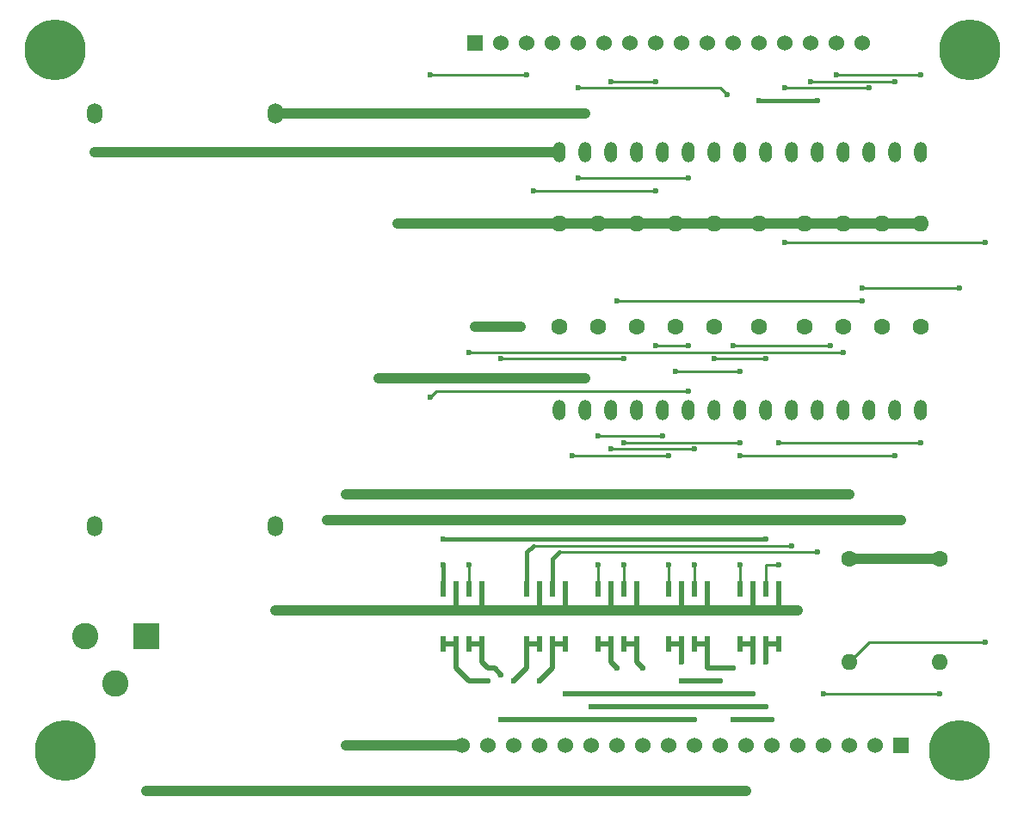
<source format=gtl>
G04 #@! TF.FileFunction,Copper,L1,Top,Signal*
%FSLAX46Y46*%
G04 Gerber Fmt 4.6, Leading zero omitted, Abs format (unit mm)*
G04 Created by KiCad (PCBNEW 4.0.7) date 04/07/18 01:33:42*
%MOMM*%
%LPD*%
G01*
G04 APERTURE LIST*
%ADD10C,0.100000*%
%ADD11O,1.500000X2.000000*%
%ADD12R,2.600000X2.600000*%
%ADD13C,2.600000*%
%ADD14C,1.524000*%
%ADD15R,1.524000X1.524000*%
%ADD16R,0.600000X1.550000*%
%ADD17C,1.600000*%
%ADD18O,1.600000X1.600000*%
%ADD19O,1.270000X2.000000*%
%ADD20C,6.000000*%
%ADD21C,0.600000*%
%ADD22C,1.000000*%
%ADD23C,0.508000*%
%ADD24C,0.250000*%
%ADD25C,0.381000*%
G04 APERTURE END LIST*
D10*
D11*
X48895000Y-41275000D03*
X48895000Y-81915000D03*
X66675000Y-41275000D03*
X66675000Y-81915000D03*
D12*
X53975000Y-92710000D03*
D13*
X47975000Y-92710000D03*
X50975000Y-97410000D03*
D14*
X104140000Y-34290000D03*
X106680000Y-34290000D03*
X101600000Y-34290000D03*
X109220000Y-34290000D03*
X99060000Y-34290000D03*
X111760000Y-34290000D03*
X96520000Y-34290000D03*
X114300000Y-34290000D03*
X93980000Y-34290000D03*
X116840000Y-34290000D03*
X91440000Y-34290000D03*
X119380000Y-34290000D03*
X88900000Y-34290000D03*
X121920000Y-34290000D03*
D15*
X86360000Y-34290000D03*
D14*
X124460000Y-34290000D03*
X110490000Y-103505000D03*
X107950000Y-103505000D03*
X113030000Y-103505000D03*
X105410000Y-103505000D03*
X115570000Y-103505000D03*
X102870000Y-103505000D03*
X118110000Y-103505000D03*
X100330000Y-103505000D03*
X120650000Y-103505000D03*
X97790000Y-103505000D03*
X123190000Y-103505000D03*
X95250000Y-103505000D03*
X125730000Y-103505000D03*
X92710000Y-103505000D03*
D15*
X128270000Y-103505000D03*
D14*
X90170000Y-103505000D03*
X87630000Y-103505000D03*
X85090000Y-103505000D03*
D16*
X102235000Y-88105000D03*
X100965000Y-88105000D03*
X99695000Y-88105000D03*
X98425000Y-88105000D03*
X98425000Y-93505000D03*
X99695000Y-93505000D03*
X100965000Y-93505000D03*
X102235000Y-93505000D03*
X116205000Y-88105000D03*
X114935000Y-88105000D03*
X113665000Y-88105000D03*
X112395000Y-88105000D03*
X112395000Y-93505000D03*
X113665000Y-93505000D03*
X114935000Y-93505000D03*
X116205000Y-93505000D03*
X95250000Y-88105000D03*
X93980000Y-88105000D03*
X92710000Y-88105000D03*
X91440000Y-88105000D03*
X91440000Y-93505000D03*
X92710000Y-93505000D03*
X93980000Y-93505000D03*
X95250000Y-93505000D03*
X86995000Y-88105000D03*
X85725000Y-88105000D03*
X84455000Y-88105000D03*
X83185000Y-88105000D03*
X83185000Y-93505000D03*
X84455000Y-93505000D03*
X85725000Y-93505000D03*
X86995000Y-93505000D03*
X109220000Y-88105000D03*
X107950000Y-88105000D03*
X106680000Y-88105000D03*
X105410000Y-88105000D03*
X105410000Y-93505000D03*
X106680000Y-93505000D03*
X107950000Y-93505000D03*
X109220000Y-93505000D03*
D17*
X106045000Y-62230000D03*
D18*
X106045000Y-52070000D03*
D17*
X118745000Y-62230000D03*
D18*
X118745000Y-52070000D03*
D17*
X94615000Y-62230000D03*
D18*
X94615000Y-52070000D03*
D17*
X109855000Y-62230000D03*
D18*
X109855000Y-52070000D03*
D17*
X130175000Y-62230000D03*
D18*
X130175000Y-52070000D03*
D17*
X126365000Y-62230000D03*
D18*
X126365000Y-52070000D03*
D17*
X114300000Y-62230000D03*
D18*
X114300000Y-52070000D03*
D17*
X102235000Y-62230000D03*
D18*
X102235000Y-52070000D03*
D17*
X98425000Y-62230000D03*
D18*
X98425000Y-52070000D03*
D17*
X122555000Y-62230000D03*
D18*
X122555000Y-52070000D03*
D17*
X123190000Y-85090000D03*
D18*
X123190000Y-95250000D03*
D17*
X132080000Y-85090000D03*
D18*
X132080000Y-95250000D03*
D19*
X94615000Y-45085000D03*
X94615000Y-70485000D03*
X97155000Y-45085000D03*
X97155000Y-70485000D03*
X99695000Y-45085000D03*
X99695000Y-70485000D03*
X102235000Y-45085000D03*
X102235000Y-70485000D03*
X104775000Y-45085000D03*
X104775000Y-70485000D03*
X107315000Y-45085000D03*
X107315000Y-70485000D03*
X109855000Y-45085000D03*
X109855000Y-70485000D03*
X112395000Y-45085000D03*
X112395000Y-70485000D03*
X114935000Y-45085000D03*
X114935000Y-70485000D03*
X117475000Y-45085000D03*
X117475000Y-70485000D03*
X120015000Y-45085000D03*
X120015000Y-70485000D03*
X122555000Y-45085000D03*
X122555000Y-70485000D03*
X125095000Y-45085000D03*
X125095000Y-70485000D03*
X127635000Y-45085000D03*
X127635000Y-70485000D03*
X130175000Y-45085000D03*
X130175000Y-70485000D03*
D20*
X46000000Y-104000000D03*
X134000000Y-104000000D03*
X45000000Y-35000000D03*
X135000000Y-35000000D03*
D21*
X113030000Y-107950000D03*
X105410000Y-107950000D03*
X53975000Y-107950000D03*
X78740000Y-52070000D03*
X76835000Y-67310000D03*
X97155000Y-67310000D03*
X77470000Y-41275000D03*
X76835000Y-90170000D03*
X118110000Y-90170000D03*
X66675000Y-90170000D03*
X97155000Y-41275000D03*
X104140000Y-38100000D03*
X99695000Y-38100000D03*
X100330000Y-59690000D03*
X124460000Y-59690000D03*
X121285000Y-64135000D03*
X111760000Y-64135000D03*
X111125000Y-39370000D03*
X96520000Y-38735000D03*
X114300000Y-40005000D03*
X120015000Y-40005000D03*
X92075000Y-48895000D03*
X104140000Y-48895000D03*
X104140000Y-64135000D03*
X107315000Y-64135000D03*
X125095000Y-38735000D03*
X116840000Y-38735000D03*
X91440000Y-37465000D03*
X81915000Y-37465000D03*
X81915000Y-69215000D03*
X107315000Y-68580000D03*
X127635000Y-38100000D03*
X119380000Y-38100000D03*
X100965000Y-65405000D03*
X88900000Y-65405000D03*
X130175000Y-37465000D03*
X121920000Y-37465000D03*
X90805000Y-62230000D03*
X86360000Y-62230000D03*
X123190000Y-78740000D03*
X73660000Y-103505000D03*
X73660000Y-78740000D03*
X90805000Y-78740000D03*
X106680000Y-95250000D03*
X106680000Y-97155000D03*
X110490000Y-97155000D03*
X107950000Y-100965000D03*
X88900000Y-100965000D03*
X88900000Y-96520000D03*
X111760000Y-95885000D03*
X111760000Y-100965000D03*
X115570000Y-100965000D03*
X102870000Y-95885000D03*
X100330000Y-95885000D03*
X124460000Y-58420000D03*
X133985000Y-58420000D03*
X132080000Y-98425000D03*
X120650000Y-98425000D03*
X114935000Y-95250000D03*
X114935000Y-99695000D03*
X97790000Y-99695000D03*
X116840000Y-53975000D03*
X136525000Y-53975000D03*
X136525000Y-93345000D03*
X113665000Y-95250000D03*
X113665000Y-98425000D03*
X95250000Y-98425000D03*
X92710000Y-97155000D03*
X71755000Y-45085000D03*
X71755000Y-81280000D03*
X128270000Y-81280000D03*
X48895000Y-45085000D03*
X90170000Y-97155000D03*
X87630000Y-97155000D03*
X106045000Y-66675000D03*
X112395000Y-66675000D03*
X112395000Y-73660000D03*
X100965000Y-73660000D03*
X100965000Y-85725000D03*
X104775000Y-73025000D03*
X98425000Y-73025000D03*
X98425000Y-85725000D03*
X130175000Y-73660000D03*
X116205000Y-73660000D03*
X116205000Y-85725000D03*
X127635000Y-74930000D03*
X112395000Y-74930000D03*
X112395000Y-85725000D03*
X120015000Y-84455000D03*
X117475000Y-83820000D03*
X122555000Y-64770000D03*
X85725000Y-64770000D03*
X85725000Y-85725000D03*
X114935000Y-83185000D03*
X83185000Y-83185000D03*
X83185000Y-85725000D03*
X109855000Y-65405000D03*
X114935000Y-65405000D03*
X99695000Y-74295000D03*
X107950000Y-74295000D03*
X107950000Y-85725000D03*
X95885000Y-74930000D03*
X105410000Y-74930000D03*
X105410000Y-85725000D03*
X107315000Y-47625000D03*
X96520000Y-47625000D03*
D22*
X105410000Y-107950000D02*
X113030000Y-107950000D01*
X53975000Y-107950000D02*
X105410000Y-107950000D01*
X78740000Y-52070000D02*
X94615000Y-52070000D01*
X97155000Y-67310000D02*
X76835000Y-67310000D01*
D23*
X116205000Y-88105000D02*
X116205000Y-90170000D01*
X113665000Y-88105000D02*
X113665000Y-90170000D01*
X109220000Y-90170000D02*
X109220000Y-88105000D01*
X106680000Y-90170000D02*
X106680000Y-88105000D01*
X102235000Y-90170000D02*
X102235000Y-88105000D01*
X99695000Y-90170000D02*
X99695000Y-88105000D01*
X95250000Y-90170000D02*
X95250000Y-88105000D01*
X92710000Y-90170000D02*
X92710000Y-88105000D01*
X86995000Y-90170000D02*
X86995000Y-88105000D01*
X84455000Y-90170000D02*
X84455000Y-88105000D01*
D22*
X84455000Y-90170000D02*
X76835000Y-90170000D01*
X76835000Y-90170000D02*
X66675000Y-90170000D01*
X118110000Y-90170000D02*
X116205000Y-90170000D01*
X116205000Y-90170000D02*
X113665000Y-90170000D01*
X113665000Y-90170000D02*
X109220000Y-90170000D01*
X109220000Y-90170000D02*
X106680000Y-90170000D01*
X106680000Y-90170000D02*
X102235000Y-90170000D01*
X102235000Y-90170000D02*
X99695000Y-90170000D01*
X99695000Y-90170000D02*
X95250000Y-90170000D01*
X95250000Y-90170000D02*
X92710000Y-90170000D01*
X92710000Y-90170000D02*
X86995000Y-90170000D01*
X86995000Y-90170000D02*
X84455000Y-90170000D01*
X66675000Y-41275000D02*
X77470000Y-41275000D01*
X77470000Y-41275000D02*
X97155000Y-41275000D01*
X94615000Y-52070000D02*
X98425000Y-52070000D01*
X98425000Y-52070000D02*
X102235000Y-52070000D01*
X102235000Y-52070000D02*
X106045000Y-52070000D01*
X106045000Y-52070000D02*
X109855000Y-52070000D01*
X109855000Y-52070000D02*
X114300000Y-52070000D01*
X114300000Y-52070000D02*
X118745000Y-52070000D01*
X118745000Y-52070000D02*
X122555000Y-52070000D01*
X122555000Y-52070000D02*
X126365000Y-52070000D01*
X126365000Y-52070000D02*
X130175000Y-52070000D01*
D24*
X99695000Y-38100000D02*
X104140000Y-38100000D01*
X124460000Y-59690000D02*
X100330000Y-59690000D01*
X111760000Y-64135000D02*
X121285000Y-64135000D01*
X110490000Y-38735000D02*
X111125000Y-39370000D01*
X96520000Y-38735000D02*
X110490000Y-38735000D01*
D25*
X120015000Y-40005000D02*
X114300000Y-40005000D01*
D24*
X104140000Y-48895000D02*
X92075000Y-48895000D01*
X107315000Y-64135000D02*
X104140000Y-64135000D01*
X116840000Y-38735000D02*
X125095000Y-38735000D01*
X81915000Y-37465000D02*
X91440000Y-37465000D01*
X82550000Y-68580000D02*
X81915000Y-69215000D01*
X107315000Y-68580000D02*
X82550000Y-68580000D01*
X119380000Y-38100000D02*
X127635000Y-38100000D01*
X88900000Y-65405000D02*
X100965000Y-65405000D01*
X121920000Y-37465000D02*
X130175000Y-37465000D01*
D22*
X86360000Y-62230000D02*
X90805000Y-62230000D01*
X123190000Y-85090000D02*
X132080000Y-85090000D01*
X123190000Y-78740000D02*
X90805000Y-78740000D01*
X73660000Y-103505000D02*
X85090000Y-103505000D01*
X90805000Y-78740000D02*
X73660000Y-78740000D01*
D23*
X106680000Y-95250000D02*
X106680000Y-93505000D01*
X110490000Y-97155000D02*
X106680000Y-97155000D01*
X105410000Y-93505000D02*
X106680000Y-93505000D01*
X86995000Y-93505000D02*
X86995000Y-95250000D01*
X88900000Y-100965000D02*
X107950000Y-100965000D01*
X88265000Y-95885000D02*
X88900000Y-96520000D01*
X87630000Y-95885000D02*
X88265000Y-95885000D01*
X86995000Y-95250000D02*
X87630000Y-95885000D01*
X85725000Y-93505000D02*
X86995000Y-93505000D01*
X109220000Y-95885000D02*
X109220000Y-93505000D01*
X111760000Y-95885000D02*
X109220000Y-95885000D01*
X115570000Y-100965000D02*
X111760000Y-100965000D01*
X107950000Y-93505000D02*
X109220000Y-93505000D01*
X102235000Y-93505000D02*
X102235000Y-95250000D01*
X102235000Y-95250000D02*
X102870000Y-95885000D01*
X100965000Y-93505000D02*
X102235000Y-93505000D01*
X99695000Y-93505000D02*
X99695000Y-95250000D01*
X99695000Y-95250000D02*
X100330000Y-95885000D01*
X98425000Y-93505000D02*
X99695000Y-93505000D01*
D24*
X133985000Y-58420000D02*
X124460000Y-58420000D01*
X120650000Y-98425000D02*
X132080000Y-98425000D01*
D23*
X114935000Y-95250000D02*
X114935000Y-93505000D01*
X97790000Y-99695000D02*
X114935000Y-99695000D01*
X114935000Y-93505000D02*
X116205000Y-93505000D01*
D24*
X123190000Y-95250000D02*
X125095000Y-93345000D01*
X136525000Y-53975000D02*
X116840000Y-53975000D01*
X125095000Y-93345000D02*
X136525000Y-93345000D01*
D23*
X113665000Y-95250000D02*
X113665000Y-93505000D01*
X95250000Y-98425000D02*
X113665000Y-98425000D01*
X112395000Y-93505000D02*
X113665000Y-93505000D01*
X93980000Y-93505000D02*
X93980000Y-95885000D01*
X93980000Y-95885000D02*
X92710000Y-97155000D01*
X93980000Y-93505000D02*
X95250000Y-93505000D01*
D22*
X128270000Y-81280000D02*
X71755000Y-81280000D01*
X94615000Y-45085000D02*
X71755000Y-45085000D01*
X71755000Y-45085000D02*
X48895000Y-45085000D01*
D23*
X91440000Y-93505000D02*
X91440000Y-95885000D01*
X91440000Y-95885000D02*
X90170000Y-97155000D01*
X91440000Y-93505000D02*
X92710000Y-93505000D01*
X84455000Y-93505000D02*
X84455000Y-95885000D01*
X85725000Y-97155000D02*
X87630000Y-97155000D01*
X84455000Y-95885000D02*
X85725000Y-97155000D01*
X83185000Y-93505000D02*
X84455000Y-93505000D01*
D24*
X112395000Y-66675000D02*
X106045000Y-66675000D01*
X100965000Y-88105000D02*
X100965000Y-85725000D01*
X100965000Y-73660000D02*
X112395000Y-73660000D01*
X98425000Y-88105000D02*
X98425000Y-85725000D01*
X98425000Y-73025000D02*
X104775000Y-73025000D01*
X114935000Y-88105000D02*
X114935000Y-85725000D01*
X116205000Y-73660000D02*
X130175000Y-73660000D01*
X114935000Y-85725000D02*
X116205000Y-85725000D01*
X112395000Y-88105000D02*
X112395000Y-85725000D01*
X112395000Y-74930000D02*
X127635000Y-74930000D01*
D25*
X93980000Y-88105000D02*
X93980000Y-85090000D01*
D24*
X94615000Y-84455000D02*
X120015000Y-84455000D01*
D25*
X93980000Y-85090000D02*
X94615000Y-84455000D01*
X91440000Y-88105000D02*
X91440000Y-84455000D01*
D24*
X92075000Y-83820000D02*
X117475000Y-83820000D01*
D25*
X91440000Y-84455000D02*
X92075000Y-83820000D01*
D24*
X85725000Y-88105000D02*
X85725000Y-85725000D01*
X85725000Y-64770000D02*
X122555000Y-64770000D01*
D25*
X114935000Y-83185000D02*
X83185000Y-83185000D01*
X83185000Y-85725000D02*
X83185000Y-88105000D01*
D24*
X114935000Y-65405000D02*
X109855000Y-65405000D01*
X107950000Y-88105000D02*
X107950000Y-85725000D01*
X107950000Y-74295000D02*
X99695000Y-74295000D01*
X105410000Y-88105000D02*
X105410000Y-85725000D01*
X105410000Y-74930000D02*
X95885000Y-74930000D01*
X96520000Y-47625000D02*
X107315000Y-47625000D01*
M02*

</source>
